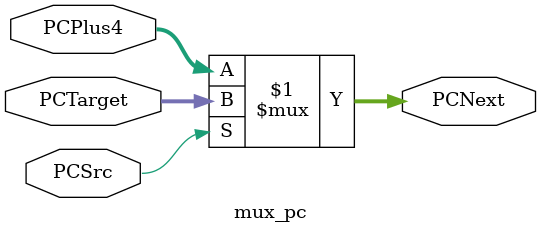
<source format=v>
module mux_pc (
    input [31:0] PCPlus4,
    input [31:0] PCTarget,
    input PCSrc,
    output [31:0] PCNext
  );

  assign PCNext = PCSrc ? PCTarget : PCPlus4;

endmodule
</source>
